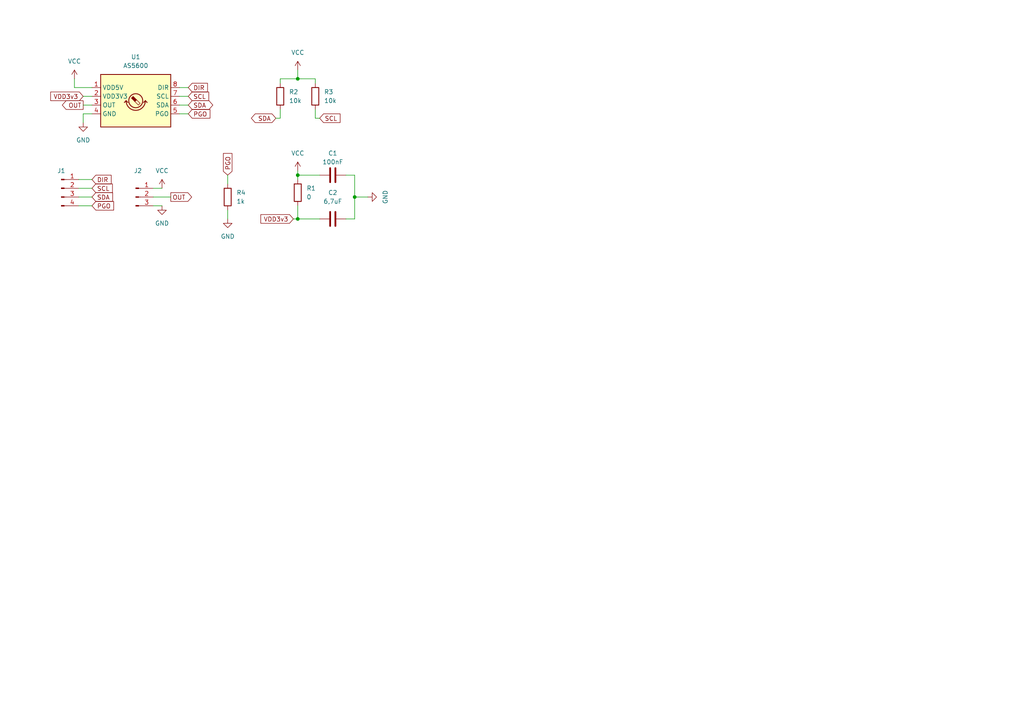
<source format=kicad_sch>
(kicad_sch (version 20211123) (generator eeschema)
  (paper "A4")
  (lib_symbols
    (symbol "Connector:Conn_01x03_Male" (pin_names (offset 1.016) hide)
      (property "Reference" "J" (at 0 5.08 0))
      (property "Value" "Conn_01x03_Male" (at 0 -5.08 0))
      (symbol "Conn_01x03_Male_1_1"
        (polyline (pts (xy 1.27 -2.54) (xy 0.8636 -2.54)) (stroke (width 0.1524)))
        (polyline (pts (xy 1.27 0) (xy 0.8636 0)) (stroke (width 0.1524)))
        (polyline (pts (xy 1.27 2.54) (xy 0.8636 2.54)) (stroke (width 0.1524)))
        (rectangle (start 0.8636 -2.413) (end 0 -2.667) (stroke (width 0.1524)) (fill (type outline)))
        (rectangle (start 0.8636 0.127) (end 0 -0.127) (stroke (width 0.1524)) (fill (type outline)))
        (rectangle (start 0.8636 2.667) (end 0 2.413) (stroke (width 0.1524)) (fill (type outline)))
        (pin passive line (at 5.08 2.54 180) (length 3.81) (name "Pin_1") (number "1"))
        (pin passive line (at 5.08 0 180) (length 3.81) (name "Pin_2") (number "2"))
        (pin passive line (at 5.08 -2.54 180) (length 3.81) (name "Pin_3") (number "3"))
      )
    )
    (symbol "Connector:Conn_01x04_Male" (pin_names (offset 1.016) hide)
      (property "Reference" "J" (at 0 5.08 0))
      (property "Value" "Conn_01x04_Male" (at 0 -7.62 0))
      (symbol "Conn_01x04_Male_1_1"
        (polyline (pts (xy 1.27 -5.08) (xy 0.8636 -5.08)) (stroke (width 0.1524)))
        (polyline (pts (xy 1.27 -2.54) (xy 0.8636 -2.54)) (stroke (width 0.1524)))
        (polyline (pts (xy 1.27 0) (xy 0.8636 0)) (stroke (width 0.1524)))
        (polyline (pts (xy 1.27 2.54) (xy 0.8636 2.54)) (stroke (width 0.1524)))
        (rectangle (start 0.8636 -4.953) (end 0 -5.207) (stroke (width 0.1524)) (fill (type outline)))
        (rectangle (start 0.8636 -2.413) (end 0 -2.667) (stroke (width 0.1524)) (fill (type outline)))
        (rectangle (start 0.8636 0.127) (end 0 -0.127) (stroke (width 0.1524)) (fill (type outline)))
        (rectangle (start 0.8636 2.667) (end 0 2.413) (stroke (width 0.1524)) (fill (type outline)))
        (pin passive line (at 5.08 2.54 180) (length 3.81) (name "Pin_1") (number "1"))
        (pin passive line (at 5.08 0 180) (length 3.81) (name "Pin_2") (number "2"))
        (pin passive line (at 5.08 -2.54 180) (length 3.81) (name "Pin_3") (number "3"))
        (pin passive line (at 5.08 -5.08 180) (length 3.81) (name "Pin_4") (number "4"))
      )
    )
    (symbol "Device:C" (pin_numbers hide) (pin_names (offset 0.254))
      (property "Reference" "C" (at 0.635 2.54 0))
      (property "Value" "C" (at 0.635 -2.54 0))
      (symbol "C_0_1"
        (polyline (pts (xy -2.032 -0.762) (xy 2.032 -0.762)) (stroke (width 0.508)))
        (polyline (pts (xy -2.032 0.762) (xy 2.032 0.762)) (stroke (width 0.508)))
      )
      (symbol "C_1_1"
        (pin passive line (at 0 3.81 270) (length 2.794) (name "~") (number "1"))
        (pin passive line (at 0 -3.81 90) (length 2.794) (name "~") (number "2"))
      )
    )
    (symbol "Device:R" (pin_numbers hide) (pin_names (offset 0))
      (property "Reference" "R" (at 2.032 0 90))
      (property "Value" "R" (at 0 0 90))
      (symbol "R_0_1"
        (rectangle (start -1.016 -2.54) (end 1.016 2.54) (stroke (width 0.254)))
      )
      (symbol "R_1_1"
        (pin passive line (at 0 3.81 270) (length 1.27) (name "~") (number "1"))
        (pin passive line (at 0 -3.81 90) (length 1.27) (name "~") (number "2"))
      )
    )
    (symbol "Sensor_Ext:AS5600"
      (property "Reference" "U" (at 0 -8.89 0))
      (property "Value" "AS5600" (at 0 8.89 0))
      (symbol "AS5600_0_1"
        (rectangle (start -10.16 7.62) (end 10.16 -7.62) (stroke (width 0.254)) (fill (type background)))
        (arc (start -2.794 0) (mid 0 -2.794) (end 2.794 0) (stroke (width 0.254)))
        (polyline (pts (xy -2.794 0) (xy -3.302 -0.508)) (stroke (width 0.254)))
        (polyline (pts (xy -2.794 0) (xy -2.286 -0.508)) (stroke (width 0.254)))
        (polyline (pts (xy 2.794 0) (xy 2.286 -0.508)) (stroke (width 0.254)))
        (polyline (pts (xy 2.794 0) (xy 3.302 -0.508)) (stroke (width 0.254)))
        (polyline (pts (xy 0.254 0.254) (xy 1.27 -0.762) (xy 0.762 -1.27) (xy -0.254 -0.254)))
        (polyline (pts (xy -0.762 1.27) (xy 0.254 0.254) (xy -0.254 -0.254) (xy -1.27 0.762) (xy -1.016 1.016) (xy -0.762 1.27) (xy -0.635 1.143)) (fill (type outline)))
        (circle (center 0 0) (radius 2.032) (stroke (width 0.254)))
      )
      (symbol "AS5600_1_1"
        (pin power_in line (at -12.7 3.81 0) (length 2.54) (name "VDD5V") (number "1"))
        (pin power_in line (at -12.7 1.27 0) (length 2.54) (name "VDD3V3") (number "2"))
        (pin output line (at -12.7 -1.27 0) (length 2.54) (name "OUT") (number "3"))
        (pin power_in line (at -12.7 -3.81 0) (length 2.54) (name "GND") (number "4"))
        (pin input line (at 12.7 -3.81 180) (length 2.54) (name "PGO") (number "5"))
        (pin bidirectional line (at 12.7 -1.27 180) (length 2.54) (name "SDA") (number "6"))
        (pin input line (at 12.7 1.27 180) (length 2.54) (name "SCL") (number "7"))
        (pin input line (at 12.7 3.81 180) (length 2.54) (name "DIR") (number "8"))
      )
    )
    (symbol "power:GND" (power) (pin_names (offset 0))
      (property "Value" "GND" (at 0 -3.81 0))
      (symbol "GND_0_1"
        (polyline (pts (xy 0 0) (xy 0 -1.27) (xy 1.27 -1.27) (xy 0 -2.54) (xy -1.27 -1.27) (xy 0 -1.27)))
      )
      (symbol "GND_1_1"
        (pin power_in line (at 0 0 270) (length 0) hide (name "GND") (number "1"))
      )
    )
    (symbol "power:VCC" (power) (pin_names (offset 0))
      (property "Value" "VCC" (at 0 3.81 0))
      (symbol "VCC_0_1"
        (polyline (pts (xy -0.762 1.27) (xy 0 2.54)))
        (polyline (pts (xy 0 0) (xy 0 2.54)))
        (polyline (pts (xy 0 2.54) (xy 0.762 1.27)))
      )
      (symbol "VCC_1_1"
        (pin power_in line (at 0 0 90) (length 0) hide (name "VCC") (number "1"))
      )
    )
  )
  (junction (at 102.87 57.15))
  (junction (at 86.36 63.5))
  (junction (at 86.36 50.8))
  (junction (at 86.36 22.86))
  (wire (pts (xy 24.13 27.94) (xy 26.67 27.94)))
  (wire (pts (xy 91.44 31.75) (xy 91.44 34.29)))
  (wire (pts (xy 26.67 25.4) (xy 21.59 25.4)))
  (wire (pts (xy 86.36 59.69) (xy 86.36 63.5)))
  (wire (pts (xy 86.36 63.5) (xy 92.71 63.5)))
  (wire (pts (xy 81.28 34.29) (xy 80.01 34.29)))
  (wire (pts (xy 91.44 34.29) (xy 92.71 34.29)))
  (wire (pts (xy 86.36 50.8) (xy 86.36 52.07)))
  (wire (pts (xy 52.07 33.02) (xy 54.61 33.02)))
  (wire (pts (xy 52.07 30.48) (xy 54.61 30.48)))
  (wire (pts (xy 66.04 60.96) (xy 66.04 63.5)))
  (wire (pts (xy 100.33 50.8) (xy 102.87 50.8)))
  (wire (pts (xy 24.13 30.48) (xy 26.67 30.48)))
  (wire (pts (xy 66.04 50.8) (xy 66.04 53.34)))
  (wire (pts (xy 52.07 27.94) (xy 54.61 27.94)))
  (wire (pts (xy 91.44 24.13) (xy 91.44 22.86)))
  (wire (pts (xy 22.86 57.15) (xy 26.67 57.15)))
  (wire (pts (xy 22.86 54.61) (xy 26.67 54.61)))
  (wire (pts (xy 86.36 49.53) (xy 86.36 50.8)))
  (wire (pts (xy 24.13 33.02) (xy 24.13 35.56)))
  (wire (pts (xy 44.45 54.61) (xy 46.99 54.61)))
  (wire (pts (xy 21.59 25.4) (xy 21.59 22.86)))
  (wire (pts (xy 52.07 25.4) (xy 54.61 25.4)))
  (wire (pts (xy 81.28 24.13) (xy 81.28 22.86)))
  (wire (pts (xy 86.36 20.32) (xy 86.36 22.86)))
  (wire (pts (xy 22.86 59.69) (xy 26.67 59.69)))
  (wire (pts (xy 81.28 31.75) (xy 81.28 34.29)))
  (wire (pts (xy 102.87 57.15) (xy 106.68 57.15)))
  (wire (pts (xy 44.45 59.69) (xy 46.99 59.69)))
  (wire (pts (xy 81.28 22.86) (xy 86.36 22.86)))
  (wire (pts (xy 44.45 57.15) (xy 49.53 57.15)))
  (wire (pts (xy 102.87 57.15) (xy 102.87 63.5)))
  (wire (pts (xy 102.87 50.8) (xy 102.87 57.15)))
  (wire (pts (xy 102.87 63.5) (xy 100.33 63.5)))
  (wire (pts (xy 26.67 33.02) (xy 24.13 33.02)))
  (wire (pts (xy 22.86 52.07) (xy 26.67 52.07)))
  (wire (pts (xy 86.36 50.8) (xy 92.71 50.8)))
  (wire (pts (xy 86.36 63.5) (xy 85.09 63.5)))
  (wire (pts (xy 91.44 22.86) (xy 86.36 22.86)))
  (global_label "PGO" (shape input) (at 26.67 59.69 0) (property "Referências entre as folhas" "${INTERSHEET_REFS}" (effects hide)))
  (global_label "SCL" (shape input) (at 92.71 34.29 0) (property "Referências entre as folhas" "${INTERSHEET_REFS}" (effects hide)))
  (global_label "DIR" (shape input) (at 26.67 52.07 0) (property "Referências entre as folhas" "${INTERSHEET_REFS}" (effects hide)))
  (global_label "SDA" (shape input) (at 26.67 57.15 0) (property "Referências entre as folhas" "${INTERSHEET_REFS}" (effects hide)))
  (global_label "OUT" (shape output) (at 49.53 57.15 0) (property "Referências entre as folhas" "${INTERSHEET_REFS}" (effects hide)))
  (global_label "SDA" (shape bidirectional) (at 80.01 34.29 180) (property "Referências entre as folhas" "${INTERSHEET_REFS}" (effects hide)))
  (global_label "SCL" (shape input) (at 26.67 54.61 0) (property "Referências entre as folhas" "${INTERSHEET_REFS}" (effects hide)))
  (global_label "VDD3v3" (shape input) (at 85.09 63.5 180) (property "Referências entre as folhas" "${INTERSHEET_REFS}" (effects hide)))
  (global_label "OUT" (shape output) (at 24.13 30.48 180) (property "Referências entre as folhas" "${INTERSHEET_REFS}" (effects hide)))
  (global_label "SDA" (shape bidirectional) (at 54.61 30.48 0) (property "Referências entre as folhas" "${INTERSHEET_REFS}" (effects hide)))
  (global_label "SCL" (shape input) (at 54.61 27.94 0) (property "Referências entre as folhas" "${INTERSHEET_REFS}" (effects hide)))
  (global_label "PGO" (shape input) (at 54.61 33.02 0) (property "Referências entre as folhas" "${INTERSHEET_REFS}" (effects hide)))
  (global_label "DIR" (shape input) (at 54.61 25.4 0) (property "Referências entre as folhas" "${INTERSHEET_REFS}" (effects hide)))
  (global_label "PGO" (shape input) (at 66.04 50.8 90) (property "Referências entre as folhas" "${INTERSHEET_REFS}" (effects hide)))
  (global_label "VDD3v3" (shape input) (at 24.13 27.94 180) (property "Referências entre as folhas" "${INTERSHEET_REFS}" (effects hide)))
  (symbol (lib_id "Device:R") (at 86.36 55.88 0) (unit 1)
    (property "Reference" "R1" (at 88.9 54.6099 0) (effects (justify left)))
    (property "Value" "0" (at 88.9 57.1499 0) (effects (justify left)))
    (property "Footprint" "Resistor_SMD:R_0805_2012Metric_Pad1.20x1.40mm_HandSolder" (effects hide))
  )
  (symbol (lib_id "power:GND") (at 24.13 35.56 0) (unit 1)
    (property "Reference" "#PWR0101" (effects hide))
    (property "Value" "GND" (at 24.13 40.64 0))
  )
  (symbol (lib_id "Device:R") (at 91.44 27.94 0) (unit 1)
    (property "Reference" "R3" (at 93.98 26.6699 0) (effects (justify left)))
    (property "Value" "10k" (at 93.98 29.2099 0) (effects (justify left)))
    (property "Footprint" "Resistor_SMD:R_0805_2012Metric_Pad1.20x1.40mm_HandSolder" (effects hide))
  )
  (symbol (lib_id "Connector:Conn_01x03_Male") (at 39.37 57.15 0) (unit 1)
    (property "Reference" "J2" (at 40.005 49.53 0))
    (property "Value" "Conn_01x03_Male" (effects hide))
    (property "Footprint" "Connector_PinHeader_2.54mm:PinHeader_1x03_P2.54mm_Vertical" (effects hide))
  )
  (symbol (lib_id "power:VCC") (at 86.36 20.32 0) (unit 1)
    (property "Reference" "#PWR0108" (effects hide))
    (property "Value" "VCC" (at 86.36 15.24 0))
  )
  (symbol (lib_id "Device:C") (at 96.52 63.5 90) (unit 1)
    (property "Reference" "C2" (at 96.52 55.88 90))
    (property "Value" "6,7uF" (at 96.52 58.42 90))
    (property "Footprint" "Capacitor_SMD:C_0805_2012Metric_Pad1.18x1.45mm_HandSolder" (effects hide))
  )
  (symbol (lib_id "Device:C") (at 96.52 50.8 90) (unit 1)
    (property "Reference" "C1" (at 96.52 44.45 90))
    (property "Value" "100nF" (at 96.52 46.99 90))
    (property "Footprint" "Capacitor_SMD:C_0805_2012Metric_Pad1.18x1.45mm_HandSolder" (effects hide))
  )
  (symbol (lib_id "Connector:Conn_01x04_Male") (at 17.78 54.61 0) (unit 1)
    (property "Reference" "J1" (at 17.78 49.53 0))
    (property "Value" "Conn_01x04_Male" (effects hide))
    (property "Footprint" "Connector_PinHeader_2.54mm:PinHeader_1x04_P2.54mm_Vertical" (effects hide))
  )
  (symbol (lib_id "power:GND") (at 106.68 57.15 90) (unit 1)
    (property "Reference" "#PWR0107" (effects hide))
    (property "Value" "GND" (at 111.76 57.15 0))
  )
  (symbol (lib_id "Device:R") (at 66.04 57.15 0) (unit 1)
    (property "Reference" "R4" (at 68.58 55.8799 0) (effects (justify left)))
    (property "Value" "1k" (at 68.58 58.4199 0) (effects (justify left)))
    (property "Footprint" "Resistor_SMD:R_0805_2012Metric_Pad1.20x1.40mm_HandSolder" (effects hide))
  )
  (symbol (lib_id "power:VCC") (at 46.99 54.61 0) (unit 1)
    (property "Reference" "#PWR0103" (effects hide))
    (property "Value" "VCC" (at 46.99 49.53 0))
  )
  (symbol (lib_id "Device:R") (at 81.28 27.94 0) (unit 1)
    (property "Reference" "R2" (at 83.82 26.6699 0) (effects (justify left)))
    (property "Value" "10k" (at 83.82 29.21 0) (effects (justify left)))
    (property "Footprint" "Resistor_SMD:R_0805_2012Metric_Pad1.20x1.40mm_HandSolder" (effects hide))
  )
  (symbol (lib_id "power:GND") (at 66.04 63.5 0) (unit 1)
    (property "Reference" "#PWR0105" (effects hide))
    (property "Value" "GND" (at 66.04 68.58 0))
  )
  (symbol (lib_id "power:GND") (at 46.99 59.69 0) (unit 1)
    (property "Reference" "#PWR0104" (effects hide))
    (property "Value" "GND" (at 46.99 64.77 0))
  )
  (symbol (lib_id "power:VCC") (at 86.36 49.53 0) (unit 1)
    (property "Reference" "#PWR0106" (effects hide))
    (property "Value" "VCC" (at 86.36 44.45 0))
  )
  (symbol (lib_id "power:VCC") (at 21.59 22.86 0) (unit 1)
    (property "Reference" "#PWR0102" (effects hide))
    (property "Value" "VCC" (at 21.59 17.78 0))
  )
  (symbol (lib_id "Sensor_Ext:AS5600") (at 39.37 29.21 0) (unit 1)
    (property "Reference" "U1" (at 39.37 16.51 0))
    (property "Value" "AS5600" (at 39.37 19.05 0))
    (property "Footprint" "Package_SO:SOIC-8_3.9x4.9mm_P1.27mm" (effects hide))
    (property "Datasheet" "https://ams.com/documents/20143/36005/AS5600_DS000365_5-00.pdf" (effects hide))
  )
)
</source>
